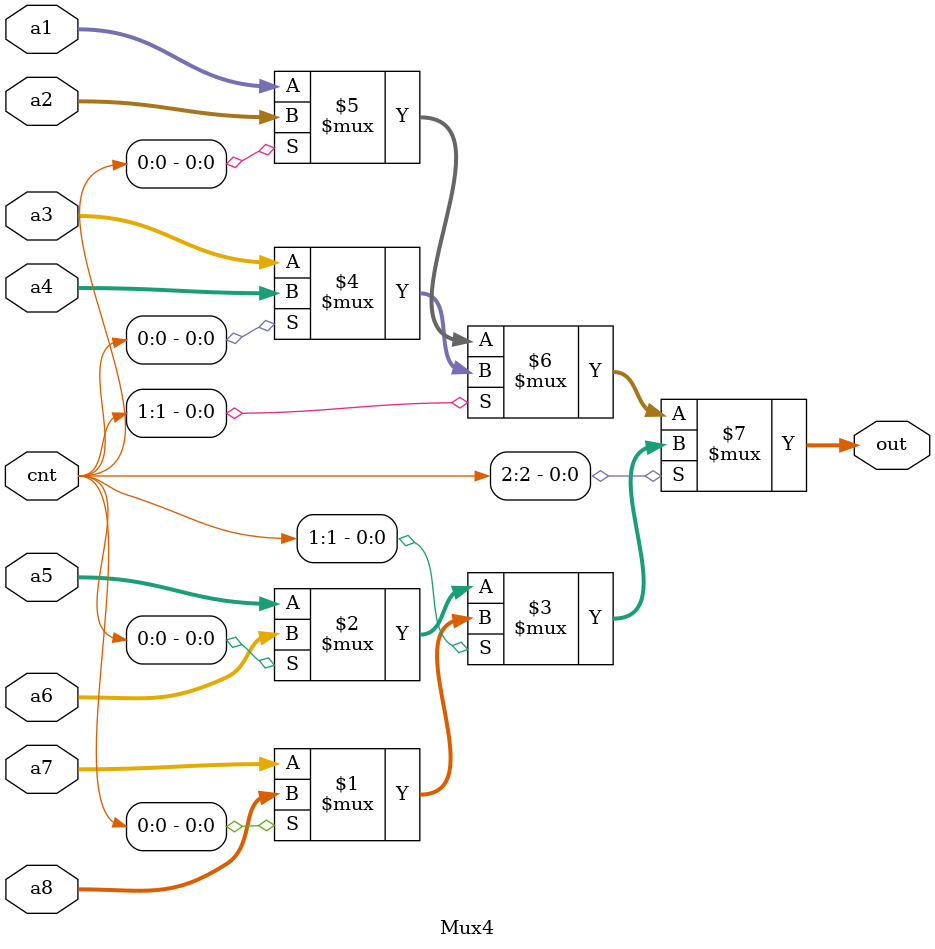
<source format=v>
module Mux4(a1, a2, a3, a4, a5, a6, a7, a8, cnt, out);
    input [31:0] a1, a2, a3, a4, a5, a6, a7, a8;
    input [2:0] cnt;
    output [31:0] out;
    assign out = cnt[2] ? cnt [1] ? (cnt [0] ? a8 : a7) : (cnt[0] ? a6 : a5) : cnt [1] ? (cnt [0] ? a4 : a3) : (cnt[0] ? a2 : a1);
endmodule
</source>
